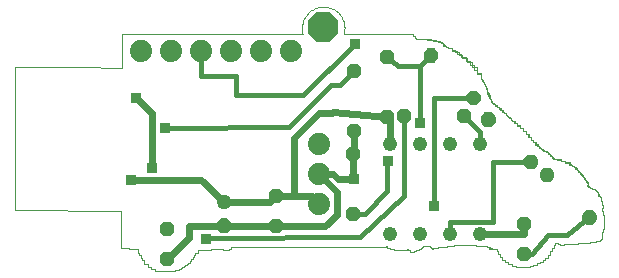
<source format=gbl>
G75*
%MOIN*%
%OFA0B0*%
%FSLAX24Y24*%
%IPPOS*%
%LPD*%
%AMOC8*
5,1,8,0,0,1.08239X$1,22.5*
%
%ADD10C,0.0010*%
%ADD11C,0.0004*%
%ADD12OC8,0.0480*%
%ADD13C,0.0096*%
%ADD14OC8,0.0500*%
%ADD15C,0.0500*%
%ADD16C,0.0480*%
%ADD17C,0.0740*%
%ADD18R,0.0376X0.0376*%
%ADD19C,0.0240*%
%ADD20C,0.0160*%
%ADD21OC8,0.1000*%
D10*
X005682Y009387D02*
X005682Y009460D01*
X005557Y009460D01*
X005557Y009555D01*
X005438Y009555D01*
X005438Y009675D01*
X005386Y009675D01*
X005386Y009746D01*
X005331Y009746D01*
X005331Y009835D01*
X005283Y009835D01*
X005283Y009927D01*
X005250Y009927D01*
X005250Y010007D01*
X005235Y010007D01*
X005235Y010055D01*
X005135Y010055D01*
X005135Y010061D01*
X004929Y010061D01*
X004929Y010074D01*
X004755Y010074D01*
X005682Y009387D02*
X005818Y009387D01*
X005818Y009333D01*
X005969Y009333D01*
X005969Y009320D01*
X006023Y009320D01*
X006023Y009312D01*
X006073Y009312D01*
X006073Y009309D01*
X006244Y009309D01*
X006244Y009310D01*
X006349Y009310D01*
X006349Y009313D01*
X006415Y009313D01*
X006415Y009320D02*
X006463Y009320D01*
X006463Y009335D01*
X006514Y009335D01*
X006514Y009363D02*
X006595Y009363D01*
X006595Y009396D01*
X006672Y009396D01*
X006672Y009417D01*
X006716Y009417D01*
X006716Y009440D01*
X006758Y009440D01*
X006758Y009471D01*
X006807Y009471D01*
X006807Y009514D01*
X006871Y009514D01*
X006871Y009550D01*
X006918Y009550D01*
X006918Y009598D01*
X006966Y009598D01*
X006966Y009653D01*
X007016Y009653D01*
X007016Y009715D01*
X007064Y009715D01*
X007064Y009780D01*
X007109Y009780D01*
X007109Y009846D01*
X007149Y009846D01*
X007149Y009909D01*
X007182Y009909D01*
X007207Y009931D01*
X007231Y009931D01*
X007231Y010005D01*
X007256Y010005D01*
X007256Y010011D01*
X007305Y010011D01*
X007305Y010014D01*
X007335Y010014D01*
X007335Y010017D01*
X007384Y010017D01*
X007384Y010021D01*
X007444Y010021D01*
X007444Y010023D01*
X007508Y010023D01*
X007508Y010027D01*
X007581Y010027D01*
X007581Y010031D01*
X007664Y010031D01*
X007664Y010037D01*
X007748Y010037D01*
X007748Y010043D01*
X007821Y010043D01*
X007821Y010049D01*
X007893Y010049D01*
X007893Y010053D01*
X007948Y010053D01*
X007948Y010055D01*
X007990Y010055D01*
X007990Y010056D01*
X008020Y010056D01*
X008020Y010054D01*
X008041Y010054D01*
X008041Y010051D01*
X008054Y010051D01*
X008054Y010045D01*
X008063Y010045D01*
X008063Y010038D01*
X008068Y010038D01*
X008068Y010023D01*
X008084Y010023D01*
X008084Y010011D01*
X008111Y010011D01*
X008111Y010003D01*
X008146Y010003D01*
X008146Y010001D01*
X008189Y010001D01*
X008189Y010003D01*
X008211Y010003D01*
X008211Y010007D01*
X008233Y010007D01*
X008233Y010017D01*
X008256Y010017D01*
X008256Y010031D01*
X008283Y010031D01*
X008283Y010049D01*
X008311Y010049D01*
X008311Y010066D01*
X008328Y010066D01*
X008328Y010088D01*
X008340Y010088D01*
X008353Y010123D01*
X008364Y010123D01*
X008377Y010124D01*
X013513Y010111D01*
X013488Y010154D01*
X013552Y010154D01*
X013552Y010099D01*
X013633Y010099D01*
X013633Y010063D01*
X013698Y010063D01*
X013698Y010040D01*
X013756Y010040D01*
X013756Y010026D01*
X013822Y010026D01*
X013822Y010018D01*
X013917Y010018D01*
X013917Y010016D01*
X014033Y010016D01*
X014033Y010020D01*
X014142Y010020D01*
X014142Y010031D01*
X014217Y010031D01*
X014217Y010036D01*
X014237Y010036D01*
X014237Y010035D01*
X014253Y010035D01*
X014253Y010024D01*
X014270Y010024D01*
X014270Y010000D01*
X014296Y010000D01*
X014296Y009965D01*
X014344Y009965D01*
X014344Y009949D01*
X014391Y009949D01*
X014391Y009953D01*
X014437Y009953D01*
X014437Y009975D01*
X014482Y009975D01*
X014482Y009991D01*
X014513Y009991D01*
X014513Y010008D01*
X014553Y010008D01*
X014553Y010030D01*
X014611Y010030D01*
X014611Y010054D01*
X014661Y010054D01*
X014661Y010079D01*
X014698Y010079D01*
X014698Y010103D01*
X014720Y010103D01*
X014720Y010123D01*
X014736Y010123D01*
X014736Y010136D01*
X014760Y010136D01*
X014760Y010143D01*
X014806Y010143D01*
X014806Y010149D01*
X014885Y010149D01*
X014885Y010154D01*
X014975Y010154D01*
X014975Y010131D01*
X014981Y010131D01*
X014981Y010107D01*
X014993Y010107D01*
X014993Y010083D01*
X015013Y010083D01*
X015013Y010071D01*
X015028Y010071D01*
X015028Y010063D01*
X015041Y010063D01*
X015041Y010061D01*
X015056Y010061D01*
X015056Y010063D01*
X015075Y010063D01*
X015075Y010067D01*
X015107Y010067D01*
X015107Y010075D01*
X015167Y010075D01*
X015167Y010087D01*
X015247Y010087D01*
X015247Y010100D01*
X015338Y010100D01*
X015338Y010114D01*
X015438Y010114D01*
X015438Y010129D01*
X015542Y010129D01*
X015542Y010142D01*
X015636Y010142D01*
X015636Y010152D01*
X015710Y010152D01*
X015710Y010160D01*
X015766Y010160D01*
X015766Y010169D01*
X015814Y010169D01*
X015814Y010176D01*
X015849Y010176D01*
X015849Y010182D01*
X015866Y010182D01*
X015866Y010187D01*
X015897Y010187D01*
X015897Y010188D01*
X015969Y010188D01*
X015969Y010186D01*
X016074Y010186D01*
X016074Y010182D01*
X016204Y010182D01*
X016204Y010176D01*
X016350Y010176D01*
X016350Y010167D01*
X016503Y010167D01*
X016503Y010156D01*
X016656Y010156D01*
X016656Y010144D01*
X016800Y010144D01*
X016800Y010139D01*
X016838Y010139D01*
X016838Y010134D01*
X016867Y010134D01*
X016867Y010128D01*
X016888Y010128D01*
X016888Y010119D01*
X016900Y010119D01*
X016900Y010112D01*
X016914Y010112D01*
X016914Y010105D01*
X016933Y010105D01*
X016933Y010100D01*
X016961Y010100D01*
X016961Y010097D01*
X017001Y010097D01*
X017001Y010093D01*
X017006Y010081D01*
X017006Y010075D01*
X017038Y010075D01*
X017038Y010066D01*
X017064Y010066D01*
X017064Y010051D01*
X016953Y010088D01*
X016953Y010063D01*
X016998Y010063D01*
X016998Y010048D01*
X017039Y010048D01*
X017039Y010040D01*
X017081Y010040D01*
X017081Y010038D01*
X017208Y010038D01*
X017208Y009988D01*
X017233Y009988D01*
X017233Y009887D01*
X017296Y009887D01*
X017296Y009784D01*
X017380Y009784D01*
X017380Y009690D01*
X017476Y009690D01*
X017476Y009615D01*
X017576Y009615D01*
X017576Y009549D01*
X017695Y009549D01*
X017695Y009499D01*
X017823Y009499D01*
X017823Y009464D01*
X017958Y009464D01*
X017958Y009446D01*
X018202Y009446D01*
X018202Y009459D01*
X018309Y009459D01*
X018309Y009484D01*
X018417Y009484D01*
X018417Y009520D01*
X018522Y009520D01*
X018522Y009567D01*
X018624Y009567D01*
X018624Y009624D01*
X018721Y009624D01*
X018721Y009690D01*
X018812Y009690D01*
X018812Y009765D01*
X018893Y009765D01*
X018893Y009861D01*
X018973Y009861D01*
X018973Y009972D01*
X019047Y009972D01*
X019047Y010084D01*
X019106Y010084D01*
X019106Y010184D01*
X019141Y010184D01*
X019141Y010231D01*
X019152Y010231D01*
X019152Y010235D01*
X019205Y010235D01*
X019205Y010237D01*
X019233Y010237D01*
X019233Y010235D01*
X019251Y010235D01*
X019251Y010231D01*
X019262Y010231D01*
X019262Y010222D01*
X019271Y010222D01*
X019271Y010209D01*
X019281Y010209D01*
X019281Y010201D01*
X019296Y010201D01*
X019296Y010196D01*
X019322Y010196D01*
X019322Y010194D01*
X019368Y010194D01*
X019368Y010197D01*
X019441Y010197D01*
X019441Y010203D01*
X019548Y010203D01*
X019548Y010214D01*
X019696Y010214D01*
X019696Y010229D01*
X019893Y010229D01*
X019893Y010242D01*
X020062Y010242D01*
X020062Y010251D01*
X020196Y010251D01*
X020196Y010260D01*
X020298Y010260D01*
X020298Y010267D01*
X020374Y010267D01*
X020374Y010273D01*
X020428Y010273D01*
X020428Y010278D01*
X020464Y010278D01*
X020464Y010284D01*
X020487Y010284D01*
X020487Y010290D01*
X020501Y010290D01*
X020501Y010303D01*
X020539Y010303D01*
X020539Y010308D01*
X020584Y010308D01*
X020584Y010309D01*
X020610Y010309D01*
X020610Y010313D01*
X020629Y010313D01*
X020629Y010323D01*
X020646Y010323D01*
X020646Y010340D01*
X020664Y010340D01*
X020664Y010361D01*
X020680Y010361D01*
X020680Y010378D01*
X020690Y010378D01*
X020690Y010401D01*
X020694Y010401D01*
X020694Y010436D01*
X020694Y010436D01*
X020694Y010491D01*
X020697Y010491D01*
X020697Y010543D01*
X020707Y010543D01*
X020707Y010587D01*
X020720Y010587D01*
X020720Y010616D01*
X020736Y010616D01*
X020736Y010649D01*
X020749Y010649D01*
X020749Y010713D01*
X020758Y010713D01*
X020758Y010799D01*
X020762Y010799D01*
X020762Y010899D01*
X020764Y010899D01*
X020764Y011003D01*
X020762Y011003D01*
X020762Y011103D01*
X020756Y011103D01*
X020756Y011189D01*
X020747Y011189D01*
X020747Y011254D01*
X020734Y011254D01*
X020734Y011330D01*
X020720Y011330D01*
X020720Y011403D01*
X020728Y011403D01*
X020728Y011475D01*
X020722Y011475D01*
X020722Y011533D01*
X020712Y011533D01*
X020712Y011597D01*
X020700Y011597D01*
X020700Y011660D01*
X020685Y011660D01*
X020685Y011715D01*
X020670Y011715D01*
X020670Y011758D01*
X020657Y011758D01*
X020657Y011782D01*
X020646Y011782D01*
X020646Y011798D01*
X020627Y011798D01*
X020627Y011804D01*
X020605Y011804D01*
X020605Y011805D01*
X020592Y011805D01*
X020592Y011810D01*
X020585Y011810D01*
X020585Y011820D01*
X020584Y011820D01*
X020584Y011839D01*
X020587Y011839D01*
X020587Y011860D01*
X020589Y011860D01*
X020589Y011879D01*
X020584Y011879D01*
X020584Y011903D01*
X020572Y011903D01*
X020572Y011940D01*
X020547Y011940D01*
X020547Y011964D01*
X020530Y011964D01*
X020530Y011982D01*
X020516Y011982D01*
X020516Y011998D01*
X020499Y011998D01*
X020499Y012011D01*
X020480Y012011D01*
X020480Y012024D01*
X020454Y012024D01*
X020454Y012040D01*
X020417Y012040D01*
X020417Y012060D01*
X020368Y012060D01*
X020368Y012085D01*
X020302Y012085D01*
X020302Y012102D01*
X020259Y012102D01*
X020259Y012115D01*
X020234Y012115D01*
X020234Y012127D01*
X020221Y012127D01*
X020221Y012142D01*
X020215Y012142D01*
X020215Y012164D01*
X020214Y012164D01*
X020214Y012179D01*
X020220Y012179D01*
X020220Y012195D01*
X020227Y012195D01*
X020227Y012220D01*
X020230Y012220D01*
X020230Y012235D01*
X020229Y012235D01*
X020229Y012248D01*
X020224Y012248D01*
X020224Y012258D01*
X020215Y012258D01*
X020215Y012267D01*
X020201Y012267D01*
X020201Y012281D01*
X020186Y012281D01*
X020186Y012305D01*
X020164Y012305D01*
X020164Y012338D01*
X020140Y012338D01*
X020140Y012374D01*
X020115Y012374D01*
X020115Y012413D01*
X020087Y012413D01*
X020087Y012456D01*
X020057Y012456D01*
X020057Y012496D01*
X020027Y012496D01*
X020027Y012529D01*
X020001Y012529D01*
X020001Y012557D01*
X019979Y012557D01*
X019979Y012582D01*
X019958Y012582D01*
X019958Y012602D01*
X019943Y012602D01*
X019943Y012614D01*
X019933Y012614D01*
X019933Y012629D01*
X019919Y012629D01*
X019919Y012655D01*
X019892Y012655D01*
X019892Y012689D01*
X019855Y012689D01*
X019855Y012727D01*
X019812Y012727D01*
X019812Y012775D01*
X019757Y012775D01*
X019757Y012812D01*
X019708Y012812D01*
X019708Y012840D01*
X019664Y012840D01*
X019664Y012866D01*
X019616Y012866D01*
X019616Y012931D01*
X019474Y012931D01*
X019474Y012989D01*
X019331Y012989D01*
X019331Y013032D01*
X019203Y013032D01*
X019203Y013055D01*
X019105Y013055D01*
X019105Y013059D01*
X019081Y013059D01*
X019081Y013066D01*
X019064Y013066D01*
X019064Y013080D01*
X019051Y013080D01*
X019051Y013103D01*
X019035Y013103D01*
X019035Y013119D01*
X019024Y013119D01*
X019024Y013135D01*
X019012Y013135D01*
X019012Y013148D01*
X019001Y013148D01*
X019001Y013155D01*
X018993Y013155D01*
X018993Y013165D01*
X018982Y013165D01*
X018982Y013183D01*
X018965Y013183D01*
X018965Y013206D01*
X018944Y013206D01*
X018944Y013233D01*
X018920Y013233D01*
X018920Y013255D01*
X018901Y013255D01*
X018901Y013271D01*
X018886Y013271D01*
X018886Y013283D01*
X018875Y013283D01*
X018875Y013291D01*
X018864Y013291D01*
X018864Y013297D01*
X018855Y013297D01*
X018855Y013299D01*
X018846Y013299D01*
X018846Y013301D01*
X018821Y013301D01*
X018821Y013305D01*
X018789Y013305D01*
X018789Y013316D01*
X018769Y013316D01*
X018769Y013332D01*
X018749Y013332D01*
X018749Y013348D01*
X018719Y013348D01*
X018719Y013366D01*
X018687Y013366D01*
X018687Y013385D01*
X018663Y013385D01*
X018663Y013403D01*
X018640Y013403D01*
X018640Y013418D01*
X018612Y013418D01*
X018612Y013435D01*
X018587Y013435D01*
X018587Y013473D01*
X018545Y013473D01*
X018545Y013531D01*
X018486Y013531D01*
X018486Y013611D01*
X018411Y013611D01*
X018411Y013686D01*
X018338Y013686D01*
X018338Y013775D01*
X018251Y013775D01*
X018251Y013872D01*
X018157Y013872D01*
X018157Y013972D01*
X018057Y013972D01*
X018057Y014070D01*
X017958Y014070D01*
X017958Y014164D01*
X017862Y014164D01*
X017862Y014246D01*
X017777Y014246D01*
X017777Y014314D01*
X017706Y014314D01*
X017706Y014354D01*
X017663Y014354D01*
X017663Y014400D01*
X017616Y014400D01*
X017616Y014443D01*
X017569Y014443D01*
X017569Y014481D01*
X017529Y014481D01*
X017529Y014521D01*
X017488Y014521D01*
X017488Y014567D01*
X017437Y014567D01*
X017437Y014618D01*
X017380Y014618D01*
X017380Y014673D01*
X017320Y014673D01*
X017320Y014728D01*
X017258Y014728D01*
X017258Y014780D01*
X017198Y014780D01*
X017198Y014828D01*
X017142Y014828D01*
X017142Y014869D01*
X017094Y014869D01*
X017094Y014896D01*
X017063Y014896D01*
X017063Y014921D01*
X017037Y014921D01*
X017037Y014940D01*
X017020Y014940D01*
X017020Y014951D01*
X017013Y014951D01*
X017013Y014966D01*
X017008Y014966D01*
X017008Y014996D01*
X016996Y014996D01*
X016996Y015036D01*
X016976Y015036D01*
X016976Y015083D01*
X016953Y015083D01*
X016953Y015165D01*
X016913Y015165D01*
X016913Y015230D01*
X016885Y015230D01*
X016885Y015281D01*
X016869Y015281D01*
X016869Y015321D01*
X016865Y015321D01*
X016865Y015342D01*
X016860Y015342D01*
X016860Y015377D01*
X016846Y015377D01*
X016846Y015424D01*
X016825Y015424D01*
X016825Y015479D01*
X016797Y015479D01*
X016797Y015538D01*
X016766Y015538D01*
X016766Y015600D01*
X016731Y015600D01*
X016731Y015661D01*
X016695Y015661D01*
X016695Y015719D01*
X016660Y015719D01*
X016660Y015878D01*
X016549Y015878D01*
X016549Y016033D01*
X016427Y016033D01*
X016427Y016180D01*
X016294Y016180D01*
X016294Y016318D01*
X016155Y016318D01*
X016155Y016444D01*
X016010Y016444D01*
X016010Y016557D01*
X015862Y016557D01*
X015862Y016655D01*
X015714Y016655D01*
X015714Y016736D01*
X015566Y016736D01*
X015566Y016773D01*
X015490Y016773D01*
X015490Y016801D01*
X015446Y016801D01*
X015446Y016827D01*
X015420Y016827D01*
X015420Y016864D01*
X015399Y016864D01*
X015399Y016883D01*
X015388Y016883D01*
X015388Y016900D01*
X015375Y016900D01*
X015375Y016916D01*
X015361Y016916D01*
X015361Y016926D01*
X015347Y016926D01*
X015347Y016946D01*
X015306Y016946D01*
X015306Y016964D01*
X015246Y016964D01*
X015246Y016982D01*
X015170Y016982D01*
X015170Y016998D01*
X015080Y016998D01*
X015080Y017012D01*
X014979Y017012D01*
X014979Y017025D01*
X014868Y017025D01*
X014868Y017036D01*
X014750Y017036D01*
X014750Y017044D01*
X014627Y017044D01*
X014627Y017050D01*
X014493Y017050D01*
X014493Y017088D01*
X014475Y017088D01*
X014475Y017120D01*
X014458Y017120D01*
X014458Y017142D01*
X014441Y017142D01*
X014441Y017143D01*
X014438Y017143D01*
X014438Y017144D01*
X014431Y017144D01*
X014431Y017145D01*
X014420Y017145D01*
X014420Y017146D01*
X014403Y017146D01*
X014412Y017156D02*
X014429Y017156D01*
X014429Y017155D01*
X014440Y017155D01*
X014440Y017154D01*
X014448Y017154D01*
X014448Y017153D01*
X014451Y017153D01*
X014451Y017151D01*
X014467Y017151D01*
X014467Y017129D01*
X014484Y017129D01*
X014484Y017098D01*
X014501Y017098D01*
X014501Y017059D01*
X014635Y017059D01*
X014635Y017053D01*
X014759Y017053D01*
X014759Y017045D01*
X014877Y017045D01*
X014877Y017035D01*
X014988Y017035D01*
X014988Y017022D01*
X015090Y017022D01*
X015090Y017007D01*
X015179Y017007D01*
X015179Y016991D01*
X015255Y016991D01*
X015255Y016973D01*
X015315Y016973D01*
X015315Y016954D01*
X015357Y016954D01*
X015357Y016935D01*
X015370Y016935D01*
X015370Y016925D01*
X015384Y016925D01*
X015384Y016910D01*
X015397Y016910D01*
X015397Y016892D01*
X015408Y016892D01*
X015408Y016874D01*
X015430Y016874D01*
X015430Y016837D01*
X015456Y016837D01*
X015456Y016810D01*
X015500Y016810D01*
X015500Y016783D01*
X015575Y016783D01*
X015575Y016745D01*
X015687Y016745D01*
X015687Y016684D01*
X015812Y016684D01*
X015812Y016606D01*
X015936Y016606D01*
X015936Y016519D01*
X016049Y016519D01*
X016049Y016430D01*
X016220Y016430D01*
X016220Y016274D01*
X016384Y016274D01*
X016384Y016100D01*
X016536Y016100D01*
X016536Y015916D01*
X016668Y015916D01*
X016668Y015728D01*
X016705Y015728D01*
X016705Y015671D01*
X016740Y015671D01*
X016740Y015609D01*
X016775Y015609D01*
X016775Y015548D01*
X016807Y015548D01*
X016807Y015488D01*
X016834Y015488D01*
X016834Y015433D01*
X016855Y015433D01*
X016855Y015387D01*
X016869Y015387D01*
X016869Y015351D01*
X016874Y015351D01*
X016874Y015330D01*
X016879Y015330D01*
X016879Y015290D01*
X016895Y015290D01*
X016895Y015239D01*
X016922Y015239D01*
X016922Y015174D01*
X016962Y015174D01*
X016962Y015092D01*
X016986Y015092D01*
X016986Y015046D01*
X017005Y015046D01*
X017005Y015005D01*
X017018Y015005D01*
X017018Y014975D01*
X017023Y014975D01*
X017023Y014961D01*
X017029Y014961D01*
X017029Y014950D01*
X017047Y014950D01*
X017047Y014931D01*
X017072Y014931D01*
X017072Y014906D01*
X017103Y014906D01*
X017103Y014878D01*
X017152Y014878D01*
X017152Y014837D01*
X017207Y014837D01*
X017207Y014789D01*
X017268Y014789D01*
X017268Y014737D01*
X017329Y014737D01*
X017329Y014682D01*
X017389Y014682D01*
X017389Y014628D01*
X017446Y014628D01*
X017446Y014576D01*
X017497Y014576D01*
X017497Y014529D01*
X017538Y014529D01*
X017538Y014491D01*
X017578Y014491D01*
X017578Y014453D01*
X017625Y014453D01*
X017625Y014409D01*
X017672Y014409D01*
X017672Y014364D01*
X017715Y014364D01*
X017715Y014324D01*
X017787Y014324D01*
X017787Y014256D01*
X017872Y014256D01*
X017872Y014173D01*
X017967Y014173D01*
X017967Y014080D01*
X018066Y014080D01*
X018066Y013981D01*
X018166Y013981D01*
X018166Y013881D01*
X018261Y013881D01*
X018261Y013785D01*
X018347Y013785D01*
X018347Y013696D01*
X018420Y013696D01*
X018420Y013620D01*
X018496Y013620D01*
X018496Y013540D01*
X018555Y013540D01*
X018555Y013482D01*
X018596Y013482D01*
X018596Y013445D01*
X018621Y013445D01*
X018621Y013428D01*
X018649Y013428D01*
X018649Y013412D01*
X018672Y013412D01*
X018672Y013394D01*
X018696Y013394D01*
X018696Y013375D01*
X018728Y013375D01*
X018728Y013358D01*
X018758Y013358D01*
X018758Y013342D01*
X018778Y013342D01*
X018778Y013325D01*
X018798Y013325D01*
X018798Y013314D01*
X018831Y013314D01*
X018831Y013310D01*
X018855Y013310D01*
X018855Y013309D01*
X018864Y013309D01*
X018864Y013305D01*
X018874Y013305D01*
X018874Y013301D01*
X018884Y013301D01*
X018884Y013292D01*
X018896Y013292D01*
X018896Y013281D01*
X018910Y013281D01*
X018910Y013264D01*
X018929Y013264D01*
X018929Y013242D01*
X018953Y013242D01*
X018953Y013216D01*
X018974Y013216D01*
X018974Y013192D01*
X018992Y013192D01*
X018992Y013174D01*
X019002Y013174D01*
X019002Y013165D01*
X019010Y013165D01*
X019010Y013157D01*
X019021Y013157D01*
X019021Y013145D01*
X019033Y013145D01*
X019033Y013129D01*
X019044Y013129D01*
X019044Y013111D01*
X019060Y013111D01*
X019060Y013089D01*
X019074Y013089D01*
X019074Y013075D01*
X019091Y013075D01*
X019091Y013068D01*
X019114Y013068D01*
X019114Y013063D01*
X019212Y013063D01*
X019212Y013041D01*
X019340Y013041D01*
X019340Y012998D01*
X019484Y012998D01*
X019484Y012941D01*
X019625Y012941D01*
X019625Y012875D01*
X019673Y012875D01*
X019673Y012849D01*
X019718Y012849D01*
X019718Y012820D01*
X019766Y012820D01*
X019766Y012784D01*
X019821Y012784D01*
X019821Y012737D01*
X019864Y012737D01*
X019864Y012698D01*
X019902Y012698D01*
X019902Y012664D01*
X019929Y012664D01*
X019929Y012638D01*
X019943Y012638D01*
X019943Y012624D01*
X019952Y012624D01*
X019952Y012611D01*
X019968Y012611D01*
X019968Y012591D01*
X019988Y012591D01*
X019988Y012566D01*
X020010Y012566D01*
X020010Y012538D01*
X020036Y012538D01*
X020036Y012506D01*
X020066Y012506D01*
X020066Y012466D01*
X020097Y012466D01*
X020097Y012423D01*
X020123Y012423D01*
X020123Y012383D01*
X020149Y012383D01*
X020149Y012347D01*
X020173Y012347D01*
X020173Y012315D01*
X020195Y012315D01*
X020195Y012291D01*
X020210Y012291D01*
X020210Y012277D01*
X020225Y012277D01*
X020225Y012267D01*
X020234Y012267D01*
X020234Y012256D01*
X020238Y012256D01*
X020238Y012241D01*
X020239Y012241D01*
X020239Y012220D01*
X020236Y012220D01*
X020236Y012188D01*
X020230Y012188D01*
X020230Y012170D01*
X020222Y012170D01*
X020222Y012153D01*
X020232Y012153D01*
X020232Y012136D01*
X020262Y012136D01*
X020262Y012116D01*
X020311Y012116D01*
X020311Y012094D01*
X014412Y017157D02*
X014412Y017156D01*
D11*
X014404Y017147D02*
X014391Y017216D01*
X012091Y017216D01*
X012092Y017216D02*
X012105Y017267D01*
X012114Y017319D01*
X012119Y017372D01*
X012121Y017425D01*
X012119Y017477D01*
X012112Y017530D01*
X012102Y017581D01*
X012088Y017632D01*
X012070Y017682D01*
X012049Y017730D01*
X012024Y017777D01*
X011995Y017821D01*
X011964Y017863D01*
X011929Y017903D01*
X011891Y017940D01*
X011851Y017975D01*
X011809Y018006D01*
X011764Y018034D01*
X011717Y018058D01*
X011669Y018079D01*
X011619Y018096D01*
X011568Y018110D01*
X011516Y018119D01*
X011463Y018125D01*
X011410Y018127D01*
X011358Y018125D01*
X011305Y018119D01*
X011253Y018109D01*
X011202Y018095D01*
X011153Y018078D01*
X011104Y018057D01*
X011058Y018032D01*
X011013Y018004D01*
X010970Y017973D01*
X010930Y017938D01*
X010893Y017901D01*
X010859Y017861D01*
X010827Y017819D01*
X010799Y017774D01*
X010774Y017728D01*
X010753Y017679D01*
X010735Y017629D01*
X010721Y017579D01*
X010711Y017527D01*
X010705Y017474D01*
X010703Y017422D01*
X010705Y017369D01*
X010710Y017316D01*
X010720Y017264D01*
X010733Y017213D01*
X010733Y017214D02*
X004715Y017224D01*
X004715Y016090D01*
X003273Y016100D01*
X001139Y016109D01*
X001130Y011342D01*
X004657Y011332D01*
X004657Y010265D01*
X004657Y010073D01*
X004754Y010073D01*
D12*
X006212Y009718D03*
X006212Y010718D03*
X009825Y010803D03*
X009825Y011803D03*
X012400Y011216D03*
X012400Y013216D03*
X012425Y013978D03*
X013535Y014463D03*
X014115Y014479D03*
X012425Y015978D03*
X013535Y016463D03*
X016115Y014479D03*
X018092Y010877D03*
X018092Y009877D03*
D13*
X020242Y011256D02*
X020194Y011304D01*
X020352Y011304D01*
X020464Y011192D01*
X020464Y011034D01*
X020352Y010922D01*
X020194Y010922D01*
X020082Y011034D01*
X020082Y011192D01*
X020194Y011304D01*
X020223Y011232D01*
X020323Y011232D01*
X020392Y011163D01*
X020392Y011063D01*
X020323Y010994D01*
X020223Y010994D01*
X020154Y011063D01*
X020154Y011163D01*
X020223Y011232D01*
X020253Y011160D01*
X020293Y011160D01*
X020320Y011133D01*
X020320Y011093D01*
X020293Y011066D01*
X020253Y011066D01*
X020226Y011093D01*
X020226Y011133D01*
X020253Y011160D01*
X018828Y012670D02*
X018780Y012718D01*
X018938Y012718D01*
X019050Y012606D01*
X019050Y012448D01*
X018938Y012336D01*
X018780Y012336D01*
X018668Y012448D01*
X018668Y012606D01*
X018780Y012718D01*
X018809Y012646D01*
X018909Y012646D01*
X018978Y012577D01*
X018978Y012477D01*
X018909Y012408D01*
X018809Y012408D01*
X018740Y012477D01*
X018740Y012577D01*
X018809Y012646D01*
X018839Y012574D01*
X018879Y012574D01*
X018906Y012547D01*
X018906Y012507D01*
X018879Y012480D01*
X018839Y012480D01*
X018812Y012507D01*
X018812Y012547D01*
X018839Y012574D01*
X018342Y012820D02*
X018390Y012772D01*
X018232Y012772D01*
X018120Y012884D01*
X018120Y013042D01*
X018232Y013154D01*
X018390Y013154D01*
X018502Y013042D01*
X018502Y012884D01*
X018390Y012772D01*
X018361Y012844D01*
X018261Y012844D01*
X018192Y012913D01*
X018192Y013013D01*
X018261Y013082D01*
X018361Y013082D01*
X018430Y013013D01*
X018430Y012913D01*
X018361Y012844D01*
X018331Y012916D01*
X018291Y012916D01*
X018264Y012943D01*
X018264Y012983D01*
X018291Y013010D01*
X018331Y013010D01*
X018358Y012983D01*
X018358Y012943D01*
X018331Y012916D01*
X016928Y014235D02*
X016976Y014187D01*
X016818Y014187D01*
X016706Y014299D01*
X016706Y014457D01*
X016818Y014569D01*
X016976Y014569D01*
X017088Y014457D01*
X017088Y014299D01*
X016976Y014187D01*
X016947Y014259D01*
X016847Y014259D01*
X016778Y014328D01*
X016778Y014428D01*
X016847Y014497D01*
X016947Y014497D01*
X017016Y014428D01*
X017016Y014328D01*
X016947Y014259D01*
X016917Y014331D01*
X016877Y014331D01*
X016850Y014358D01*
X016850Y014398D01*
X016877Y014425D01*
X016917Y014425D01*
X016944Y014398D01*
X016944Y014358D01*
X016917Y014331D01*
X016437Y014956D02*
X016485Y014908D01*
X016327Y014908D01*
X016215Y015020D01*
X016215Y015178D01*
X016327Y015290D01*
X016485Y015290D01*
X016597Y015178D01*
X016597Y015020D01*
X016485Y014908D01*
X016456Y014980D01*
X016356Y014980D01*
X016287Y015049D01*
X016287Y015149D01*
X016356Y015218D01*
X016456Y015218D01*
X016525Y015149D01*
X016525Y015049D01*
X016456Y014980D01*
X016426Y015052D01*
X016386Y015052D01*
X016359Y015079D01*
X016359Y015119D01*
X016386Y015146D01*
X016426Y015146D01*
X016453Y015119D01*
X016453Y015079D01*
X016426Y015052D01*
X015023Y016370D02*
X015071Y016322D01*
X014913Y016322D01*
X014801Y016434D01*
X014801Y016592D01*
X014913Y016704D01*
X015071Y016704D01*
X015183Y016592D01*
X015183Y016434D01*
X015071Y016322D01*
X015042Y016394D01*
X014942Y016394D01*
X014873Y016463D01*
X014873Y016563D01*
X014942Y016632D01*
X015042Y016632D01*
X015111Y016563D01*
X015111Y016463D01*
X015042Y016394D01*
X015012Y016466D01*
X014972Y016466D01*
X014945Y016493D01*
X014945Y016533D01*
X014972Y016560D01*
X015012Y016560D01*
X015039Y016533D01*
X015039Y016493D01*
X015012Y016466D01*
D14*
X008108Y010812D03*
D15*
X008108Y011612D03*
D16*
X013629Y010564D03*
X014629Y010564D03*
X015629Y010564D03*
X016629Y010564D03*
X016629Y013564D03*
X015629Y013564D03*
X014629Y013564D03*
X013629Y013564D03*
D17*
X011277Y013560D03*
X011277Y012560D03*
X011277Y011560D03*
X010339Y016660D03*
X009339Y016660D03*
X008339Y016660D03*
X007339Y016660D03*
X006339Y016660D03*
X005339Y016660D03*
D18*
X005177Y015098D03*
X006140Y014085D03*
X005702Y012760D03*
X005003Y012335D03*
X007502Y010398D03*
X012427Y012385D03*
X013564Y012985D03*
X014639Y014235D03*
X012464Y016872D03*
X015114Y011499D03*
D19*
X016629Y010564D02*
X016629Y010548D01*
X018088Y010548D01*
X018088Y010877D01*
X018092Y010877D01*
X013629Y013564D02*
X013629Y014444D01*
X013535Y014463D01*
X011742Y014613D01*
X011702Y014573D01*
X011264Y014573D01*
X010439Y013748D01*
X010439Y011823D01*
X011002Y011823D01*
X011264Y011560D01*
X011277Y011560D01*
X011034Y011803D01*
X009825Y011803D01*
X009633Y011612D01*
X008108Y011612D01*
X007335Y012335D01*
X005003Y012335D01*
X005702Y012760D02*
X005702Y014573D01*
X005177Y015098D01*
X006928Y010812D02*
X008108Y010812D01*
X009817Y010812D01*
X009825Y010803D01*
X011482Y010803D01*
X011877Y011198D01*
X011877Y011960D01*
X011277Y012560D01*
X011744Y012560D01*
X011919Y012385D01*
X012427Y012385D01*
X012400Y012412D01*
X012400Y013216D01*
X012425Y013241D01*
X012425Y013978D01*
X006928Y010812D02*
X006927Y010811D01*
X006927Y010433D01*
X006212Y009718D01*
D20*
X007502Y010398D02*
X007577Y010411D01*
X012652Y010436D01*
X014115Y011811D01*
X014115Y014479D01*
X014639Y014235D02*
X014639Y016160D01*
X013913Y016160D01*
X013535Y016463D01*
X014639Y016160D02*
X014992Y016513D01*
X015114Y015098D02*
X015114Y011499D01*
X015629Y010948D02*
X017076Y010948D01*
X017076Y012963D01*
X018311Y012963D01*
X016629Y013564D02*
X016629Y013964D01*
X016115Y014479D01*
X016406Y015099D02*
X015577Y015099D01*
X015114Y015098D01*
X013564Y012985D02*
X013551Y012973D01*
X013551Y011973D01*
X012794Y011216D01*
X012400Y011216D01*
X010270Y014115D02*
X011677Y015510D01*
X011957Y015510D01*
X012425Y015978D01*
X012464Y016872D02*
X010739Y015185D01*
X008502Y015185D01*
X008502Y015823D01*
X007339Y015823D01*
X007339Y016660D01*
X006140Y014085D02*
X010270Y014115D01*
X015629Y010948D02*
X015629Y010564D01*
X018092Y009877D02*
X018380Y009877D01*
X018888Y010511D01*
X019546Y010511D01*
X020273Y011113D01*
D21*
X011405Y017455D03*
M02*

</source>
